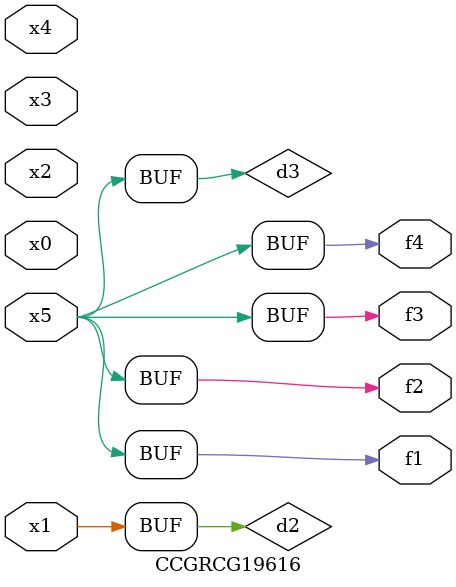
<source format=v>
module CCGRCG19616(
	input x0, x1, x2, x3, x4, x5,
	output f1, f2, f3, f4
);

	wire d1, d2, d3;

	not (d1, x5);
	or (d2, x1);
	xnor (d3, d1);
	assign f1 = d3;
	assign f2 = d3;
	assign f3 = d3;
	assign f4 = d3;
endmodule

</source>
